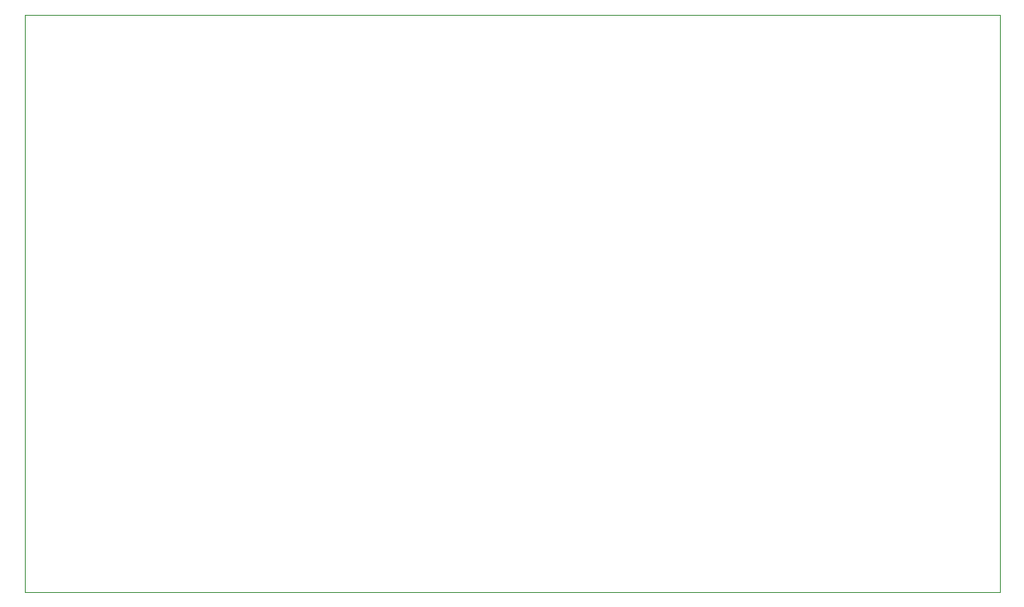
<source format=gbr>
G04 #@! TF.GenerationSoftware,KiCad,Pcbnew,(5.1.4-0-10_14)*
G04 #@! TF.CreationDate,2020-03-08T23:29:59-07:00*
G04 #@! TF.ProjectId,data-register-bank,64617461-2d72-4656-9769-737465722d62,rev?*
G04 #@! TF.SameCoordinates,Original*
G04 #@! TF.FileFunction,Profile,NP*
%FSLAX46Y46*%
G04 Gerber Fmt 4.6, Leading zero omitted, Abs format (unit mm)*
G04 Created by KiCad (PCBNEW (5.1.4-0-10_14)) date 2020-03-08 23:29:59*
%MOMM*%
%LPD*%
G04 APERTURE LIST*
%ADD10C,0.050000*%
G04 APERTURE END LIST*
D10*
X49568100Y-128346200D02*
X49631600Y-187325000D01*
X149123400Y-128295400D02*
X49568100Y-128346200D01*
X149123400Y-187350400D02*
X149123400Y-128295400D01*
X49631600Y-187325000D02*
X149123400Y-187350400D01*
M02*

</source>
